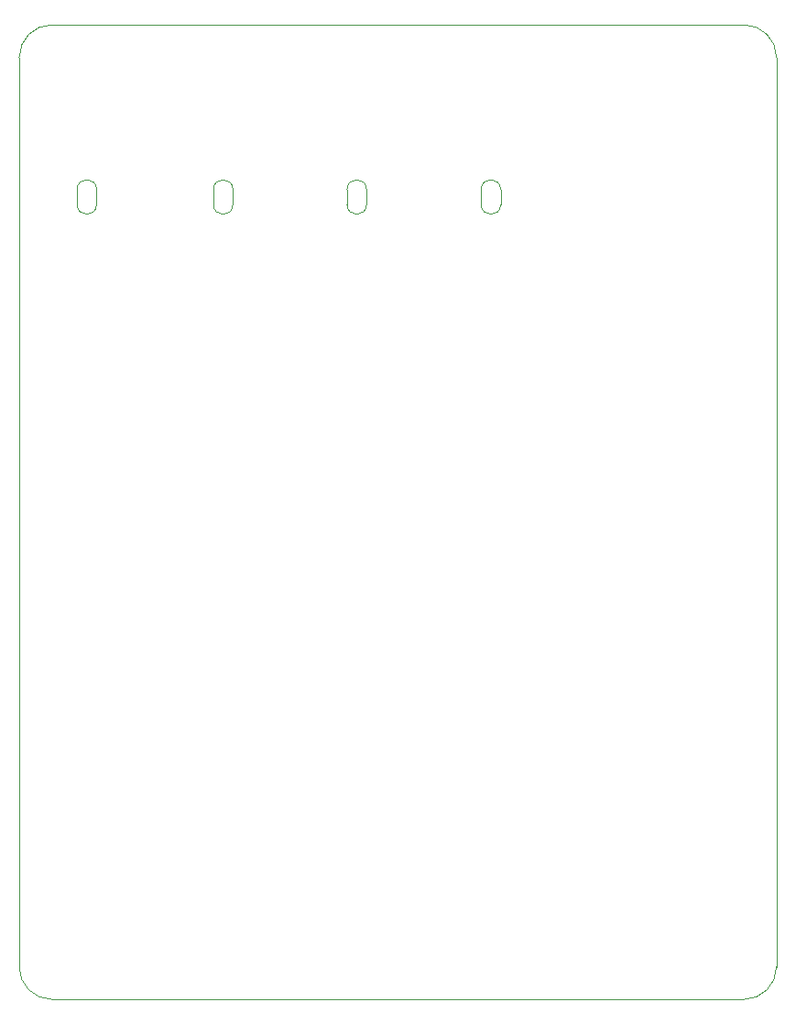
<source format=gbr>
G04 #@! TF.GenerationSoftware,KiCad,Pcbnew,(5.1.5)-3*
G04 #@! TF.CreationDate,2020-04-14T12:05:07+09:00*
G04 #@! TF.ProjectId,CAN_BLDCMD,43414e5f-424c-4444-934d-442e6b696361,rev?*
G04 #@! TF.SameCoordinates,Original*
G04 #@! TF.FileFunction,Profile,NP*
%FSLAX46Y46*%
G04 Gerber Fmt 4.6, Leading zero omitted, Abs format (unit mm)*
G04 Created by KiCad (PCBNEW (5.1.5)-3) date 2020-04-14 12:05:07*
%MOMM*%
%LPD*%
G04 APERTURE LIST*
%ADD10C,0.050000*%
G04 APERTURE END LIST*
D10*
X178850000Y-69200000D02*
G75*
G02X180650000Y-69200000I900000J0D01*
G01*
X180650000Y-70600000D02*
X180650000Y-69200000D01*
X180650000Y-70600000D02*
G75*
G02X178850000Y-70600000I-900000J0D01*
G01*
X178850000Y-70600000D02*
X178850000Y-69200000D01*
X191450000Y-70600000D02*
X191450000Y-69200000D01*
X191450000Y-69200000D02*
G75*
G02X193250000Y-69200000I900000J0D01*
G01*
X193250000Y-70600000D02*
G75*
G02X191450000Y-70600000I-900000J0D01*
G01*
X193250000Y-70600000D02*
X193250000Y-69200000D01*
X205600000Y-70600000D02*
G75*
G02X203800000Y-70600000I-900000J0D01*
G01*
X203800000Y-69200000D02*
G75*
G02X205600000Y-69200000I900000J0D01*
G01*
X205600000Y-70600000D02*
X205600000Y-69200000D01*
X203800000Y-70600000D02*
X203800000Y-69200000D01*
X218000000Y-70600000D02*
X218000000Y-69200000D01*
X216200000Y-69200000D02*
G75*
G02X218000000Y-69200000I900000J0D01*
G01*
X216200000Y-70600000D02*
X216200000Y-69200000D01*
X218000000Y-70600000D02*
G75*
G02X216200000Y-70600000I-900000J0D01*
G01*
X173500000Y-57000000D02*
X173500000Y-141000000D01*
X243500000Y-141000000D02*
X243500000Y-57000000D01*
X176500000Y-144000000D02*
G75*
G02X173500000Y-141000000I0J3000000D01*
G01*
X173500000Y-57000000D02*
G75*
G02X176500000Y-54000000I3000000J0D01*
G01*
X240500000Y-54000000D02*
G75*
G02X243500000Y-57000000I0J-3000000D01*
G01*
X243500000Y-141000000D02*
G75*
G02X240500000Y-144000000I-3000000J0D01*
G01*
X240500000Y-144000000D02*
X176500000Y-144000000D01*
X240500000Y-54000000D02*
X176500000Y-54000000D01*
M02*

</source>
